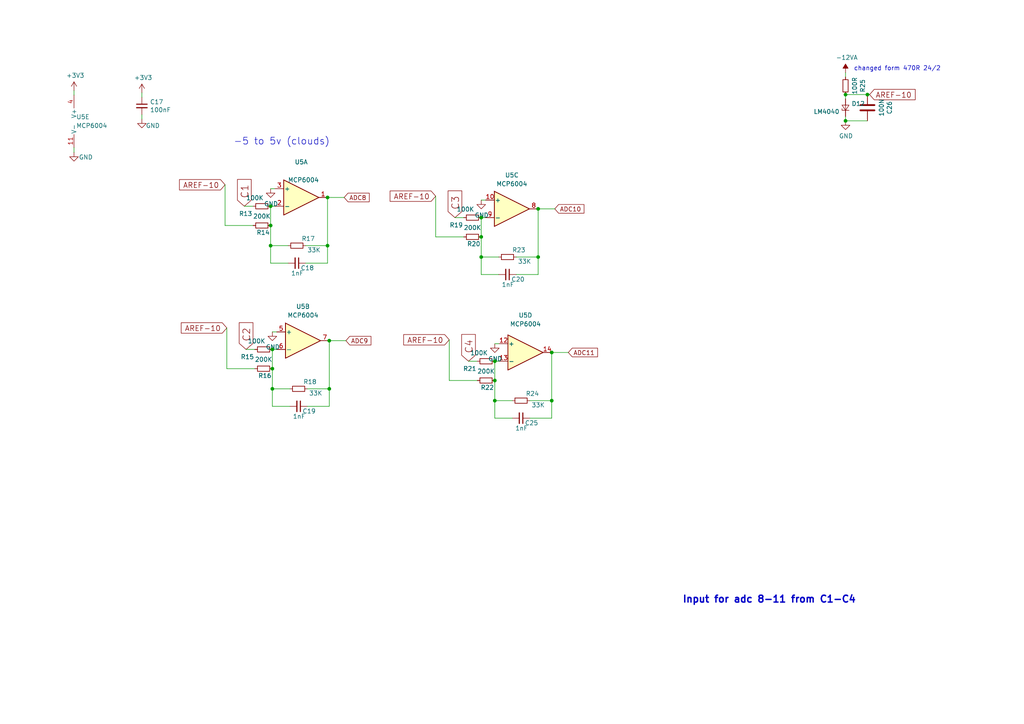
<source format=kicad_sch>
(kicad_sch (version 20211123) (generator eeschema)
  (paper "A4")
  (lib_symbols
    (symbol "Amplifier_Operational:MCP6004" (pin_names (offset 0.127))
      (property "Reference" "U" (at 0 5.08 0))
      (property "Value" "MCP6004" (at 0 -5.08 0))
      (symbol "MCP6004_1_1"
        (polyline (pts (xy -5.08 5.08) (xy 5.08 0) (xy -5.08 -5.08) (xy -5.08 5.08)) (stroke (width 0.254)) (fill (type background)))
        (pin output line (at 7.62 0 180) (length 2.54) (name "~") (number "1"))
        (pin input line (at -7.62 -2.54 0) (length 2.54) (name "-") (number "2"))
        (pin input line (at -7.62 2.54 0) (length 2.54) (name "+") (number "3"))
      )
      (symbol "MCP6004_2_1"
        (polyline (pts (xy -5.08 5.08) (xy 5.08 0) (xy -5.08 -5.08) (xy -5.08 5.08)) (stroke (width 0.254)) (fill (type background)))
        (pin input line (at -7.62 2.54 0) (length 2.54) (name "+") (number "5"))
        (pin input line (at -7.62 -2.54 0) (length 2.54) (name "-") (number "6"))
        (pin output line (at 7.62 0 180) (length 2.54) (name "~") (number "7"))
      )
      (symbol "MCP6004_3_1"
        (polyline (pts (xy -5.08 5.08) (xy 5.08 0) (xy -5.08 -5.08) (xy -5.08 5.08)) (stroke (width 0.254)) (fill (type background)))
        (pin input line (at -7.62 2.54 0) (length 2.54) (name "+") (number "10"))
        (pin output line (at 7.62 0 180) (length 2.54) (name "~") (number "8"))
        (pin input line (at -7.62 -2.54 0) (length 2.54) (name "-") (number "9"))
      )
      (symbol "MCP6004_4_1"
        (polyline (pts (xy -5.08 5.08) (xy 5.08 0) (xy -5.08 -5.08) (xy -5.08 5.08)) (stroke (width 0.254)) (fill (type background)))
        (pin input line (at -7.62 2.54 0) (length 2.54) (name "+") (number "12"))
        (pin input line (at -7.62 -2.54 0) (length 2.54) (name "-") (number "13"))
        (pin output line (at 7.62 0 180) (length 2.54) (name "~") (number "14"))
      )
      (symbol "MCP6004_5_1"
        (pin power_in line (at -2.54 -7.62 90) (length 3.81) (name "V-") (number "11"))
        (pin power_in line (at -2.54 7.62 270) (length 3.81) (name "V+") (number "4"))
      )
    )
    (symbol "Device:C_Small" (pin_numbers hide) (pin_names (offset 0.254) hide)
      (property "Reference" "C" (at 0.254 1.778 0))
      (property "Value" "Device_C_Small" (at 0.254 -2.032 0))
      (symbol "C_Small_0_1"
        (polyline (pts (xy -1.524 -0.508) (xy 1.524 -0.508)) (stroke (width 0.3302)))
        (polyline (pts (xy -1.524 0.508) (xy 1.524 0.508)) (stroke (width 0.3048)))
      )
      (symbol "C_Small_1_1"
        (pin passive line (at 0 2.54 270) (length 2.032) (name "~") (number "1"))
        (pin passive line (at 0 -2.54 90) (length 2.032) (name "~") (number "2"))
      )
    )
    (symbol "allcolours-rescue:C_Small-device-allcolours-rescue" (pin_numbers hide) (pin_names (offset 0.254) hide)
      (property "Reference" "C" (at 0.254 1.778 0))
      (property "Value" "allcolours-rescue_C_Small-device-allcolours-rescue" (at 0.254 -2.032 0))
      (symbol "C_Small-device-allcolours-rescue_0_1"
        (polyline (pts (xy -1.524 -0.508) (xy 1.524 -0.508)) (stroke (width 0.3302)))
        (polyline (pts (xy -1.524 0.508) (xy 1.524 0.508)) (stroke (width 0.3048)))
      )
      (symbol "C_Small-device-allcolours-rescue_1_1"
        (pin passive line (at 0 2.54 270) (length 2.032) (name "~") (number "1"))
        (pin passive line (at 0 -2.54 90) (length 2.032) (name "~") (number "2"))
      )
    )
    (symbol "allcolours-rescue:GND-power-allcolours-rescue" (power) (pin_names (offset 0))
      (property "Value" "allcolours-rescue_GND-power-allcolours-rescue" (at 0 -3.81 0))
      (symbol "GND-power-allcolours-rescue_0_1"
        (polyline (pts (xy 0 0) (xy 0 -1.27) (xy 1.27 -1.27) (xy 0 -2.54) (xy -1.27 -1.27) (xy 0 -1.27)))
      )
      (symbol "GND-power-allcolours-rescue_1_1"
        (pin power_in line (at 0 0 270) (length 0) hide (name "GND") (number "1"))
      )
    )
    (symbol "allcolours-rescue:R_Small-device-allcolours-rescue" (pin_numbers hide) (pin_names (offset 0.254) hide)
      (property "Reference" "R" (at 0.762 0.508 0))
      (property "Value" "allcolours-rescue_R_Small-device-allcolours-rescue" (at 0.762 -1.016 0))
      (symbol "R_Small-device-allcolours-rescue_0_1"
        (rectangle (start -0.762 1.778) (end 0.762 -1.778) (stroke (width 0.2032)))
      )
      (symbol "R_Small-device-allcolours-rescue_1_1"
        (pin passive line (at 0 2.54 270) (length 0.762) (name "~") (number "1"))
        (pin passive line (at 0 -2.54 90) (length 0.762) (name "~") (number "2"))
      )
    )
    (symbol "power:+3.3V" (power) (pin_names (offset 0))
      (property "Value" "power_+3.3V" (at 0 3.556 0))
      (symbol "+3.3V_0_1"
        (polyline (pts (xy -0.762 1.27) (xy 0 2.54)))
        (polyline (pts (xy 0 0) (xy 0 2.54)))
        (polyline (pts (xy 0 2.54) (xy 0.762 1.27)))
      )
      (symbol "+3.3V_1_1"
        (pin power_in line (at 0 0 90) (length 0) hide (name "+3V3") (number "1"))
      )
    )
    (symbol "power:GND" (power) (pin_names (offset 0))
      (property "Value" "power_GND" (at 0 -3.81 0))
      (symbol "GND_0_1"
        (polyline (pts (xy 0 0) (xy 0 -1.27) (xy 1.27 -1.27) (xy 0 -2.54) (xy -1.27 -1.27) (xy 0 -1.27)))
      )
      (symbol "GND_1_1"
        (pin power_in line (at 0 0 270) (length 0) hide (name "GND") (number "1"))
      )
    )
    (symbol "segments-rescue:-12VA-power-allcolours-rescue-allcolours-rescue" (power) (pin_names (offset 0))
      (property "Value" "-12VA-power-allcolours-rescue-allcolours-rescue" (at 0 3.556 0))
      (symbol "-12VA-power-allcolours-rescue-allcolours-rescue_0_0"
        (pin power_in line (at 0 0 90) (length 0) hide (name "-12VA") (number "1"))
      )
      (symbol "-12VA-power-allcolours-rescue-allcolours-rescue_0_1"
        (polyline (pts (xy 0 0) (xy 0 1.27) (xy 0.762 1.27) (xy 0 2.54) (xy -0.762 1.27) (xy 0 1.27)) (fill (type outline)))
      )
    )
    (symbol "segments-rescue:C-device-allcolours-rescue-allcolours-rescue" (pin_numbers hide) (pin_names (offset 0.254))
      (property "Reference" "C" (at 0.635 2.54 0))
      (property "Value" "C-device-allcolours-rescue-allcolours-rescue" (at 0.635 -2.54 0))
      (symbol "C-device-allcolours-rescue-allcolours-rescue_0_1"
        (polyline (pts (xy -2.032 -0.762) (xy 2.032 -0.762)) (stroke (width 0.508)))
        (polyline (pts (xy -2.032 0.762) (xy 2.032 0.762)) (stroke (width 0.508)))
      )
      (symbol "C-device-allcolours-rescue-allcolours-rescue_1_1"
        (pin passive line (at 0 3.81 270) (length 2.794) (name "~") (number "1"))
        (pin passive line (at 0 -3.81 90) (length 2.794) (name "~") (number "2"))
      )
    )
    (symbol "segments-rescue:D_Zener_Small-device-allcolours-rescue-allcolours-rescue" (pin_numbers hide) (pin_names (offset 0.254) hide)
      (property "Reference" "D" (at 0 2.286 0))
      (property "Value" "D_Zener_Small-device-allcolours-rescue-allcolours-rescue" (at 0 -2.286 0))
      (symbol "D_Zener_Small-device-allcolours-rescue-allcolours-rescue_0_1"
        (polyline (pts (xy 0.762 0) (xy -0.762 0)))
        (polyline (pts (xy -0.254 1.016) (xy -0.762 1.016) (xy -0.762 -1.016)))
        (polyline (pts (xy 0.762 1.016) (xy -0.762 0) (xy 0.762 -1.016) (xy 0.762 1.016)))
      )
      (symbol "D_Zener_Small-device-allcolours-rescue-allcolours-rescue_1_1"
        (pin passive line (at -2.54 0 0) (length 1.778) (name "K") (number "1"))
        (pin passive line (at 2.54 0 180) (length 1.778) (name "A") (number "2"))
      )
    )
    (symbol "segments-rescue:GND-power-allcolours-rescue-allcolours-rescue" (power) (pin_names (offset 0))
      (property "Value" "GND-power-allcolours-rescue-allcolours-rescue" (at 0 -3.81 0))
      (symbol "GND-power-allcolours-rescue-allcolours-rescue_0_1"
        (polyline (pts (xy 0 0) (xy 0 -1.27) (xy 1.27 -1.27) (xy 0 -2.54) (xy -1.27 -1.27) (xy 0 -1.27)))
      )
      (symbol "GND-power-allcolours-rescue-allcolours-rescue_1_1"
        (pin power_in line (at 0 0 270) (length 0) hide (name "GND") (number "1"))
      )
    )
    (symbol "segments-rescue:R_Small-device-allcolours-rescue-allcolours-rescue" (pin_numbers hide) (pin_names (offset 0.254) hide)
      (property "Reference" "R" (at 0.762 0.508 0))
      (property "Value" "R_Small-device-allcolours-rescue-allcolours-rescue" (at 0.762 -1.016 0))
      (symbol "R_Small-device-allcolours-rescue-allcolours-rescue_0_1"
        (rectangle (start -0.762 1.778) (end 0.762 -1.778) (stroke (width 0.2032)))
      )
      (symbol "R_Small-device-allcolours-rescue-allcolours-rescue_1_1"
        (pin passive line (at 0 2.54 270) (length 0.762) (name "~") (number "1"))
        (pin passive line (at 0 -2.54 90) (length 0.762) (name "~") (number "2"))
      )
    )
  )
  (junction (at 156.083 60.579))
  (junction (at 245.237 35.052))
  (junction (at 78.486 59.817))
  (junction (at 160.02 116.205))
  (junction (at 156.083 74.549))
  (junction (at 143.51 110.363))
  (junction (at 245.237 27.432))
  (junction (at 94.996 71.247))
  (junction (at 94.996 57.277))
  (junction (at 78.994 101.346))
  (junction (at 139.573 68.707))
  (junction (at 251.587 27.432))
  (junction (at 95.504 112.776))
  (junction (at 139.573 74.549))
  (junction (at 143.51 104.775))
  (junction (at 78.486 71.247))
  (junction (at 78.994 112.776))
  (junction (at 95.504 98.806))
  (junction (at 78.486 65.405))
  (junction (at 143.51 116.205))
  (junction (at 78.994 106.934))
  (junction (at 139.573 63.119))
  (junction (at 160.02 102.235))
  (wire (pts (xy 95.504 98.806) (xy 100.33 98.806)))
  (wire (pts (xy 251.587 27.432) (xy 252.222 27.432)))
  (wire (pts (xy 41.148 33.274) (xy 41.148 34.544)))
  (wire (pts (xy 245.237 35.052) (xy 251.587 35.052)))
  (wire (pts (xy 41.148 26.924) (xy 41.148 28.194)))
  (wire (pts (xy 143.51 104.775) (xy 143.51 110.363)))
  (wire (pts (xy 78.994 117.856) (xy 84.074 117.856)))
  (wire (pts (xy 139.573 74.549) (xy 144.653 74.549)))
  (wire (pts (xy 95.504 117.856) (xy 95.504 112.776)))
  (wire (pts (xy 153.67 121.285) (xy 160.02 121.285)))
  (wire (pts (xy 70.866 59.817) (xy 73.406 59.817)))
  (wire (pts (xy 156.083 60.579) (xy 160.909 60.579)))
  (wire (pts (xy 94.996 57.277) (xy 99.822 57.277)))
  (wire (pts (xy 78.486 59.817) (xy 78.486 65.405)))
  (wire (pts (xy 89.154 117.856) (xy 95.504 117.856)))
  (wire (pts (xy 65.278 65.405) (xy 65.278 53.594)))
  (wire (pts (xy 65.278 65.405) (xy 73.406 65.405)))
  (wire (pts (xy 149.733 74.549) (xy 156.083 74.549)))
  (wire (pts (xy 156.083 79.629) (xy 156.083 74.549)))
  (wire (pts (xy 143.51 104.775) (xy 144.78 104.775)))
  (wire (pts (xy 88.646 71.247) (xy 94.996 71.247)))
  (wire (pts (xy 156.083 74.549) (xy 156.083 60.579)))
  (wire (pts (xy 78.486 59.817) (xy 79.756 59.817)))
  (wire (pts (xy 245.237 28.702) (xy 245.237 27.432)))
  (wire (pts (xy 78.994 106.934) (xy 78.994 112.776)))
  (wire (pts (xy 126.365 68.707) (xy 134.493 68.707)))
  (wire (pts (xy 78.486 65.405) (xy 78.486 71.247)))
  (wire (pts (xy 78.994 112.776) (xy 78.994 117.856)))
  (wire (pts (xy 143.51 99.695) (xy 144.78 99.695)))
  (wire (pts (xy 139.573 63.119) (xy 139.573 68.707)))
  (wire (pts (xy 143.51 116.205) (xy 143.51 121.285)))
  (wire (pts (xy 78.486 71.247) (xy 83.566 71.247)))
  (wire (pts (xy 143.51 116.205) (xy 148.59 116.205)))
  (wire (pts (xy 139.573 63.119) (xy 140.843 63.119)))
  (wire (pts (xy 71.374 101.346) (xy 73.914 101.346)))
  (wire (pts (xy 245.237 33.782) (xy 245.237 35.052)))
  (wire (pts (xy 78.994 96.266) (xy 80.264 96.266)))
  (wire (pts (xy 94.996 71.247) (xy 94.996 57.277)))
  (wire (pts (xy 139.573 68.707) (xy 139.573 74.549)))
  (wire (pts (xy 160.02 102.235) (xy 164.846 102.235)))
  (wire (pts (xy 149.733 79.629) (xy 156.083 79.629)))
  (wire (pts (xy 65.786 106.934) (xy 73.914 106.934)))
  (wire (pts (xy 94.996 76.327) (xy 94.996 71.247)))
  (wire (pts (xy 135.89 104.775) (xy 138.43 104.775)))
  (wire (pts (xy 78.994 112.776) (xy 84.074 112.776)))
  (wire (pts (xy 139.573 74.549) (xy 139.573 79.629)))
  (wire (pts (xy 131.953 63.119) (xy 134.493 63.119)))
  (wire (pts (xy 139.573 58.039) (xy 140.843 58.039)))
  (wire (pts (xy 78.486 54.737) (xy 79.756 54.737)))
  (wire (pts (xy 21.463 42.799) (xy 21.463 44.196)))
  (wire (pts (xy 143.51 110.363) (xy 143.51 116.205)))
  (wire (pts (xy 65.786 106.934) (xy 65.786 95.123)))
  (wire (pts (xy 89.154 112.776) (xy 95.504 112.776)))
  (wire (pts (xy 88.646 76.327) (xy 94.996 76.327)))
  (wire (pts (xy 78.486 76.327) (xy 83.566 76.327)))
  (wire (pts (xy 95.504 112.776) (xy 95.504 98.806)))
  (wire (pts (xy 245.237 27.432) (xy 251.587 27.432)))
  (wire (pts (xy 153.67 116.205) (xy 160.02 116.205)))
  (wire (pts (xy 78.486 71.247) (xy 78.486 76.327)))
  (wire (pts (xy 130.302 110.363) (xy 130.302 98.552)))
  (wire (pts (xy 139.573 79.629) (xy 144.653 79.629)))
  (wire (pts (xy 143.51 121.285) (xy 148.59 121.285)))
  (wire (pts (xy 130.302 110.363) (xy 138.43 110.363)))
  (wire (pts (xy 126.365 68.707) (xy 126.365 56.896)))
  (wire (pts (xy 78.994 101.346) (xy 78.994 106.934)))
  (wire (pts (xy 78.994 101.346) (xy 80.264 101.346)))
  (wire (pts (xy 160.02 116.205) (xy 160.02 102.235)))
  (wire (pts (xy 21.463 26.289) (xy 21.463 27.559)))
  (wire (pts (xy 160.02 121.285) (xy 160.02 116.205)))
  (wire (pts (xy 245.237 22.352) (xy 245.237 21.082)))
  (text "Input for adc 8-11 from C1-C4\n" (at 197.866 175.133 0) (effects (font (size 2 2) (thickness 0.4) bold) (justify left bottom)))
  (text "changed form 470R 24/2" (at 247.65 20.701 0) (effects (font (size 1.27 1.27)) (justify left bottom)))
  (text "-5 to 5v (clouds)" (at 67.691 42.291 0) (effects (font (size 2 2)) (justify left bottom)))
  (global_label "C4" (shape input) (at 135.89 104.775 90) (effects (font (size 2.0066 2.0066))) (property "Intersheet References" "${INTERSHEET_REFS}" (effects hide)))
  (global_label "C2" (shape input) (at 71.374 101.346 90) (effects (font (size 2.0066 2.0066))) (property "Intersheet References" "${INTERSHEET_REFS}" (effects hide)))
  (global_label "C1" (shape input) (at 70.866 59.817 90) (effects (font (size 2.0066 2.0066))) (property "Intersheet References" "${INTERSHEET_REFS}" (effects hide)))
  (global_label "C3" (shape input) (at 131.953 63.119 90) (effects (font (size 2.0066 2.0066))) (property "Intersheet References" "${INTERSHEET_REFS}" (effects hide)))
  (global_label "AREF-10" (shape input) (at 252.222 27.432 0) (effects (font (size 1.524 1.524))) (property "Intersheet References" "${INTERSHEET_REFS}" (effects hide)))
  (global_label "AREF-10" (shape input) (at 65.786 95.123 180) (effects (font (size 1.524 1.524))) (property "Intersheet References" "${INTERSHEET_REFS}" (effects hide)))
  (global_label "ADC11" (shape input) (at 164.846 102.235 0) (property "Intersheet References" "${INTERSHEET_REFS}" (effects hide)))
  (global_label "ADC10" (shape input) (at 160.909 60.579 0) (property "Intersheet References" "${INTERSHEET_REFS}" (effects hide)))
  (global_label "ADC9" (shape input) (at 100.33 98.806 0) (property "Intersheet References" "${INTERSHEET_REFS}" (effects hide)))
  (global_label "AREF-10" (shape input) (at 130.302 98.552 180) (effects (font (size 1.524 1.524))) (property "Intersheet References" "${INTERSHEET_REFS}" (effects hide)))
  (global_label "AREF-10" (shape input) (at 126.365 56.896 180) (effects (font (size 1.524 1.524))) (property "Intersheet References" "${INTERSHEET_REFS}" (effects hide)))
  (global_label "AREF-10" (shape input) (at 65.278 53.594 180) (effects (font (size 1.524 1.524))) (property "Intersheet References" "${INTERSHEET_REFS}" (effects hide)))
  (global_label "ADC8" (shape input) (at 99.822 57.277 0) (property "Intersheet References" "${INTERSHEET_REFS}" (effects hide)))
  (symbol (lib_id "Amplifier_Operational:MCP6004") (at 148.463 60.579 0) (unit 3)
    (property "Reference" "U5" (at 148.463 50.8 0))
    (property "Value" "MCP6004" (at 148.463 53.34 0))
    (property "Footprint" "Package_SO:SOIC-14_3.9x8.7mm_P1.27mm" (effects hide))
    (property "Datasheet" "http://ww1.microchip.com/downloads/en/DeviceDoc/21733j.pdf" (effects hide))
  )
  (symbol (lib_id "allcolours-rescue:GND-power-allcolours-rescue") (at 21.463 44.196 0) (unit 1)
    (property "Reference" "#PWR031" (effects hide))
    (property "Value" "GND" (at 24.892 45.593 0))
  )
  (symbol (lib_id "allcolours-rescue:C_Small-device-allcolours-rescue") (at 151.13 121.285 270) (unit 1)
    (property "Reference" "C25" (at 154.178 122.682 90))
    (property "Value" "1nF" (at 151.257 124.206 90))
    (property "Footprint" "Capacitor_SMD:C_0805_2012Metric" (effects hide))
  )
  (symbol (lib_id "allcolours-rescue:R_Small-device-allcolours-rescue") (at 86.614 112.776 270) (unit 1)
    (property "Reference" "R18" (at 89.916 110.744 90))
    (property "Value" "33K" (at 91.567 114.046 90))
    (property "Footprint" "Resistor_SMD:R_0805_2012Metric" (effects hide))
  )
  (symbol (lib_id "segments-rescue:D_Zener_Small-device-allcolours-rescue-allcolours-rescue") (at 245.237 31.242 90) (unit 1)
    (property "Reference" "D12" (at 246.9642 30.0736 90) (effects (justify right)))
    (property "Value" "LM4040" (at 235.966 32.385 90) (effects (justify right)))
    (property "Footprint" "Package_TO_SOT_SMD:SOT-23" (effects hide))
    (property "Datasheet" "https://en.wikipedia.org/wiki/Zener_diode" (effects hide))
  )
  (symbol (lib_id "allcolours-rescue:R_Small-device-allcolours-rescue") (at 76.454 106.934 270) (unit 1)
    (property "Reference" "R16" (at 76.835 108.966 90))
    (property "Value" "200K" (at 76.454 104.267 90))
    (property "Footprint" "Resistor_SMD:R_0805_2012Metric" (effects hide))
  )
  (symbol (lib_id "power:+3.3V") (at 41.148 26.924 0) (unit 1)
    (property "Reference" "#PWR032" (effects hide))
    (property "Value" "+3.3V" (at 41.529 22.5298 0))
  )
  (symbol (lib_id "allcolours-rescue:R_Small-device-allcolours-rescue") (at 137.033 63.119 270) (unit 1)
    (property "Reference" "R19" (at 132.334 65.278 90))
    (property "Value" "100K" (at 135.001 60.706 90))
    (property "Footprint" "Resistor_SMD:R_0805_2012Metric" (effects hide))
  )
  (symbol (lib_id "allcolours-rescue:GND-power-allcolours-rescue") (at 78.486 54.737 0) (unit 1)
    (property "Reference" "#PWR034" (effects hide))
    (property "Value" "GND" (at 78.613 59.1312 0))
  )
  (symbol (lib_id "allcolours-rescue:R_Small-device-allcolours-rescue") (at 151.13 116.205 270) (unit 1)
    (property "Reference" "R24" (at 154.432 114.173 90))
    (property "Value" "33K" (at 156.083 117.475 90))
    (property "Footprint" "Resistor_SMD:R_0805_2012Metric" (effects hide))
  )
  (symbol (lib_id "Amplifier_Operational:MCP6004") (at 24.003 35.179 0) (unit 5)
    (property "Reference" "U5" (at 22.098 33.9089 0) (effects (justify left)))
    (property "Value" "MCP6004" (at 22.098 36.4489 0) (effects (justify left)))
    (property "Footprint" "Package_SO:SOIC-14_3.9x8.7mm_P1.27mm" (effects hide))
    (property "Datasheet" "http://ww1.microchip.com/downloads/en/DeviceDoc/21733j.pdf" (effects hide))
  )
  (symbol (lib_id "Device:C_Small") (at 41.148 30.734 0) (unit 1)
    (property "Reference" "C17" (at 43.4848 29.5656 0) (effects (justify left)))
    (property "Value" "100nF" (at 43.4848 31.877 0) (effects (justify left)))
    (property "Footprint" "Capacitor_SMD:C_0805_2012Metric" (effects hide))
  )
  (symbol (lib_id "allcolours-rescue:R_Small-device-allcolours-rescue") (at 75.946 65.405 270) (unit 1)
    (property "Reference" "R14" (at 76.327 67.437 90))
    (property "Value" "200K" (at 75.946 62.738 90))
    (property "Footprint" "Resistor_SMD:R_0805_2012Metric" (effects hide))
  )
  (symbol (lib_id "power:GND") (at 41.148 34.544 0) (unit 1)
    (property "Reference" "#PWR033" (effects hide))
    (property "Value" "GND" (at 44.323 36.449 0))
  )
  (symbol (lib_id "allcolours-rescue:R_Small-device-allcolours-rescue") (at 75.946 59.817 270) (unit 1)
    (property "Reference" "R13" (at 71.247 61.976 90))
    (property "Value" "100K" (at 73.914 57.404 90))
    (property "Footprint" "Resistor_SMD:R_0805_2012Metric" (effects hide))
  )
  (symbol (lib_id "Amplifier_Operational:MCP6004") (at 152.4 102.235 0) (unit 4)
    (property "Reference" "U5" (at 152.4 91.44 0))
    (property "Value" "MCP6004" (at 152.4 93.98 0))
    (property "Footprint" "Package_SO:SOIC-14_3.9x8.7mm_P1.27mm" (effects hide))
    (property "Datasheet" "http://ww1.microchip.com/downloads/en/DeviceDoc/21733j.pdf" (effects hide))
  )
  (symbol (lib_id "allcolours-rescue:GND-power-allcolours-rescue") (at 139.573 58.039 0) (unit 1)
    (property "Reference" "#PWR036" (effects hide))
    (property "Value" "GND" (at 139.7 62.4332 0))
  )
  (symbol (lib_id "Amplifier_Operational:MCP6004") (at 87.884 98.806 0) (unit 2)
    (property "Reference" "U5" (at 87.884 88.9 0))
    (property "Value" "MCP6004" (at 87.884 91.44 0))
    (property "Footprint" "Package_SO:SOIC-14_3.9x8.7mm_P1.27mm" (effects hide))
    (property "Datasheet" "http://ww1.microchip.com/downloads/en/DeviceDoc/21733j.pdf" (effects hide))
  )
  (symbol (lib_id "allcolours-rescue:C_Small-device-allcolours-rescue") (at 86.614 117.856 270) (unit 1)
    (property "Reference" "C19" (at 89.662 119.253 90))
    (property "Value" "1nF" (at 86.741 120.777 90))
    (property "Footprint" "Capacitor_SMD:C_0805_2012Metric" (effects hide))
  )
  (symbol (lib_id "allcolours-rescue:R_Small-device-allcolours-rescue") (at 76.454 101.346 270) (unit 1)
    (property "Reference" "R15" (at 71.755 103.505 90))
    (property "Value" "100K" (at 74.422 98.933 90))
    (property "Footprint" "Resistor_SMD:R_0805_2012Metric" (effects hide))
  )
  (symbol (lib_id "segments-rescue:GND-power-allcolours-rescue-allcolours-rescue") (at 245.237 35.052 0) (unit 1)
    (property "Reference" "#PWR039" (effects hide))
    (property "Value" "GND" (at 245.364 39.4462 0))
  )
  (symbol (lib_id "power:+3.3V") (at 21.463 26.289 0) (unit 1)
    (property "Reference" "#PWR018" (effects hide))
    (property "Value" "+3.3V" (at 21.844 21.8948 0))
  )
  (symbol (lib_id "Amplifier_Operational:MCP6004") (at 87.376 57.277 0) (unit 1)
    (property "Reference" "U5" (at 87.376 46.99 0))
    (property "Value" "MCP6004" (at 88.011 52.197 0))
    (property "Footprint" "Package_SO:SOIC-14_3.9x8.7mm_P1.27mm" (effects hide))
    (property "Datasheet" "http://ww1.microchip.com/downloads/en/DeviceDoc/21733j.pdf" (effects hide))
  )
  (symbol (lib_id "allcolours-rescue:GND-power-allcolours-rescue") (at 143.51 99.695 0) (unit 1)
    (property "Reference" "#PWR037" (effects hide))
    (property "Value" "GND" (at 143.637 104.0892 0))
  )
  (symbol (lib_id "allcolours-rescue:GND-power-allcolours-rescue") (at 78.994 96.266 0) (unit 1)
    (property "Reference" "#PWR035" (effects hide))
    (property "Value" "GND" (at 79.121 100.6602 0))
  )
  (symbol (lib_id "allcolours-rescue:R_Small-device-allcolours-rescue") (at 137.033 68.707 270) (unit 1)
    (property "Reference" "R20" (at 137.414 70.739 90))
    (property "Value" "200K" (at 137.033 66.04 90))
    (property "Footprint" "Resistor_SMD:R_0805_2012Metric" (effects hide))
  )
  (symbol (lib_id "allcolours-rescue:R_Small-device-allcolours-rescue") (at 86.106 71.247 270) (unit 1)
    (property "Reference" "R17" (at 89.408 69.215 90))
    (property "Value" "33K" (at 91.059 72.517 90))
    (property "Footprint" "Resistor_SMD:R_0805_2012Metric" (effects hide))
  )
  (symbol (lib_id "allcolours-rescue:R_Small-device-allcolours-rescue") (at 147.193 74.549 270) (unit 1)
    (property "Reference" "R23" (at 150.495 72.517 90))
    (property "Value" "33K" (at 152.146 75.819 90))
    (property "Footprint" "Resistor_SMD:R_0805_2012Metric" (effects hide))
  )
  (symbol (lib_id "allcolours-rescue:C_Small-device-allcolours-rescue") (at 147.193 79.629 270) (unit 1)
    (property "Reference" "C20" (at 150.241 81.026 90))
    (property "Value" "1nF" (at 147.32 82.55 90))
    (property "Footprint" "Capacitor_SMD:C_0805_2012Metric" (effects hide))
  )
  (symbol (lib_id "allcolours-rescue:R_Small-device-allcolours-rescue") (at 140.97 104.775 270) (unit 1)
    (property "Reference" "R21" (at 136.271 106.934 90))
    (property "Value" "100K" (at 138.938 102.362 90))
    (property "Footprint" "Resistor_SMD:R_0805_2012Metric" (effects hide))
  )
  (symbol (lib_id "allcolours-rescue:R_Small-device-allcolours-rescue") (at 140.97 110.363 270) (unit 1)
    (property "Reference" "R22" (at 141.351 112.395 90))
    (property "Value" "200K" (at 140.97 107.696 90))
    (property "Footprint" "Resistor_SMD:R_0805_2012Metric" (effects hide))
  )
  (symbol (lib_id "segments-rescue:-12VA-power-allcolours-rescue-allcolours-rescue") (at 245.237 21.082 0) (unit 1)
    (property "Reference" "#PWR038" (effects hide))
    (property "Value" "-12VA" (at 245.618 16.6878 0))
  )
  (symbol (lib_id "allcolours-rescue:C_Small-device-allcolours-rescue") (at 86.106 76.327 270) (unit 1)
    (property "Reference" "C18" (at 89.154 77.724 90))
    (property "Value" "1nF" (at 86.233 79.248 90))
    (property "Footprint" "Capacitor_SMD:C_0805_2012Metric" (effects hide))
  )
  (symbol (lib_id "segments-rescue:R_Small-device-allcolours-rescue-allcolours-rescue") (at 245.237 24.892 180) (unit 1)
    (property "Reference" "R25" (at 250.2154 24.892 90))
    (property "Value" "100R" (at 247.904 24.892 90))
    (property "Footprint" "Resistor_SMD:R_0805_2012Metric" (effects hide))
  )
  (symbol (lib_id "segments-rescue:C-device-allcolours-rescue-allcolours-rescue") (at 251.587 31.242 180) (unit 1)
    (property "Reference" "C26" (at 257.9878 31.242 90))
    (property "Value" "100N" (at 255.6764 31.242 90))
    (property "Footprint" "Capacitor_SMD:C_0805_2012Metric" (effects hide))
  )
)
</source>
